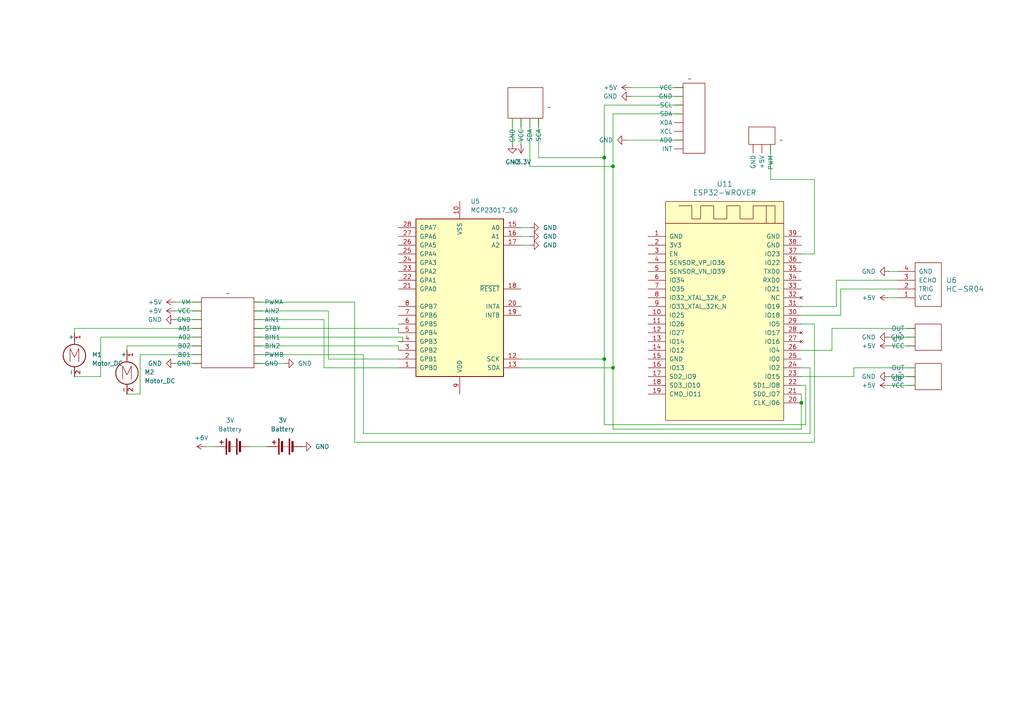
<source format=kicad_sch>
(kicad_sch (version 20250114) (generator "eeschema") (generator_version "9.0")
  (paper "A4")
  (lib_symbols
    (symbol "Device:Battery" (pin_numbers (hide yes)) (pin_names (offset 0) (hide yes))
      (property "Reference" "BT" (at 2.54 2.54 0))
      (property "Value" "Battery" (at 2.54 0 0))
      (symbol "Battery_0_1"
        (rectangle (start -2.286 1.778) (end 2.286 1.524) (fill (type outline)))
        (rectangle (start -2.286 -1.27) (end 2.286 -1.524) (fill (type outline)))
        (rectangle (start -1.524 1.016) (end 1.524 0.508) (fill (type outline)))
        (rectangle (start -1.524 -2.032) (end 1.524 -2.54) (fill (type outline)))
        (polyline (pts (xy 0 1.778) (xy 0 2.54)))
        (polyline (pts (xy 0 0) (xy 0 0.254)))
        (polyline (pts (xy 0 -0.508) (xy 0 -0.254)))
        (polyline (pts (xy 0 -1.016) (xy 0 -0.762)))
        (polyline (pts (xy 0.762 3.048) (xy 1.778 3.048)) (stroke (width 0.254)))
        (polyline (pts (xy 1.27 3.556) (xy 1.27 2.54)) (stroke (width 0.254)))
      )
      (symbol "Battery_1_1"
        (pin passive line (at 0 5.08 270) (length 2.54) (name "+") (number "1"))
        (pin passive line (at 0 -5.08 90) (length 2.54) (name "-") (number "2"))
      )
    )
    (symbol "Interface_Expansion:MCP23017_SO" (pin_names (offset 1.016))
      (property "Reference" "U" (at -11.43 24.13 0))
      (property "Value" "MCP23017_SO" (at 0 0 0))
      (symbol "MCP23017_SO_0_1"
        (rectangle (start -12.7 22.86) (end 12.7 -22.86) (stroke (width 0.254)) (fill (type background)))
      )
      (symbol "MCP23017_SO_1_1"
        (pin bidirectional line (at -17.78 20.32 0) (length 5.08) (name "SDA") (number "13"))
        (pin input line (at -17.78 17.78 0) (length 5.08) (name "SCK") (number "12"))
        (pin tri_state line (at -17.78 5.08 0) (length 5.08) (name "INTB") (number "19"))
        (pin tri_state line (at -17.78 2.54 0) (length 5.08) (name "INTA") (number "20"))
        (pin input line (at -17.78 -2.54 0) (length 5.08) (name "~{RESET}") (number "18"))
        (pin input line (at -17.78 -15.24 0) (length 5.08) (name "A2") (number "17"))
        (pin input line (at -17.78 -17.78 0) (length 5.08) (name "A1") (number "16"))
        (pin input line (at -17.78 -20.32 0) (length 5.08) (name "A0") (number "15"))
        (pin no_connect line (at -12.7 15.24 0) (length 5.08) (hide yes) (name "NC") (number "11"))
        (pin no_connect line (at -12.7 12.7 0) (length 5.08) (hide yes) (name "NC") (number "14"))
        (pin power_in line (at 0 27.94 270) (length 5.08) (name "VDD") (number "9"))
        (pin power_in line (at 0 -27.94 90) (length 5.08) (name "VSS") (number "10"))
        (pin bidirectional line (at 17.78 20.32 180) (length 5.08) (name "GPB0") (number "1"))
        (pin bidirectional line (at 17.78 17.78 180) (length 5.08) (name "GPB1") (number "2"))
        (pin bidirectional line (at 17.78 15.24 180) (length 5.08) (name "GPB2") (number "3"))
        (pin bidirectional line (at 17.78 12.7 180) (length 5.08) (name "GPB3") (number "4"))
        (pin bidirectional line (at 17.78 10.16 180) (length 5.08) (name "GPB4") (number "5"))
        (pin bidirectional line (at 17.78 7.62 180) (length 5.08) (name "GPB5") (number "6"))
        (pin bidirectional line (at 17.78 5.08 180) (length 5.08) (name "GPB6") (number "7"))
        (pin output line (at 17.78 2.54 180) (length 5.08) (name "GPB7") (number "8"))
        (pin bidirectional line (at 17.78 -2.54 180) (length 5.08) (name "GPA0") (number "21"))
        (pin bidirectional line (at 17.78 -5.08 180) (length 5.08) (name "GPA1") (number "22"))
        (pin bidirectional line (at 17.78 -7.62 180) (length 5.08) (name "GPA2") (number "23"))
        (pin bidirectional line (at 17.78 -10.16 180) (length 5.08) (name "GPA3") (number "24"))
        (pin bidirectional line (at 17.78 -12.7 180) (length 5.08) (name "GPA4") (number "25"))
        (pin bidirectional line (at 17.78 -15.24 180) (length 5.08) (name "GPA5") (number "26"))
        (pin bidirectional line (at 17.78 -17.78 180) (length 5.08) (name "GPA6") (number "27"))
        (pin output line (at 17.78 -20.32 180) (length 5.08) (name "GPA7") (number "28"))
      )
    )
    (symbol "MAX4466_1"
      (property "Reference" "U" (at 0 0 0))
      (symbol "MAX4466_1_0_1"
        (rectangle (start -3.81 3.81) (end 3.81 -3.81))
      )
      (symbol "MAX4466_1_1_1"
        (pin output line (at -2.54 -3.81 270) (length 2.54) (name "OUT") (number ""))
        (pin power_out line (at 0 -3.81 270) (length 2.54) (name "GND") (number ""))
        (pin power_in line (at 2.54 -3.81 270) (length 2.54) (name "VCC") (number ""))
      )
    )
    (symbol "Motor:Motor_DC" (pin_names (offset 0))
      (property "Reference" "M" (at 2.54 2.54 0))
      (property "Value" "Motor_DC" (at 2.54 -5.08 0))
      (symbol "Motor_DC_0_0"
        (polyline (pts (xy -1.27 -3.302) (xy -1.27 0.508) (xy 0 -2.032) (xy 1.27 0.508) (xy 1.27 -3.302)))
      )
      (symbol "Motor_DC_0_1"
        (polyline (pts (xy 0 2.032) (xy 0 2.54)))
        (polyline (pts (xy 0 1.7272) (xy 0 2.0828)))
        (circle (center 0 -1.524) (radius 3.2512) (stroke (width 0.254)))
        (polyline (pts (xy 0 -4.7752) (xy 0 -5.1816)))
        (polyline (pts (xy 0 -7.62) (xy 0 -7.112)))
      )
      (symbol "Motor_DC_1_1"
        (pin passive line (at 0 5.08 270) (length 2.54) (name "+") (number "1"))
        (pin passive line (at 0 -7.62 90) (length 2.54) (name "-") (number "2"))
      )
    )
    (symbol "esp32-wrover:ESP32-WROVER" (pin_names (offset 1.016))
      (property "Reference" "U" (at -15.24 -33.02 0))
      (property "Value" "ESP32-WROVER" (at 6.35 -33.02 0))
      (symbol "ESP32-WROVER_0_1"
        (rectangle (start -17.78 29.21) (end 16.51 22.86) (fill (type background)))
        (rectangle (start -17.78 22.86) (end 16.51 -34.29) (fill (type background)))
        (polyline (pts (xy -13.97 27.94) (xy -10.16 27.94) (xy -10.16 24.13) (xy -7.62 24.13) (xy -7.62 27.94) (xy -3.81 27.94) (xy -3.81 24.13) (xy 0 24.13) (xy 0 27.94) (xy 3.81 27.94) (xy 3.81 24.13) (xy 7.62 24.13) (xy 7.62 27.94) (xy 11.43 27.94) (xy 11.43 22.86)))
        (polyline (pts (xy 11.43 27.94) (xy 13.97 27.94) (xy 13.97 22.86)))
      )
      (symbol "ESP32-WROVER_1_1"
        (pin power_in line (at -22.86 19.05 0) (length 5.08) (name "GND") (number "1"))
        (pin power_in line (at -22.86 16.51 0) (length 5.08) (name "3V3") (number "2"))
        (pin input line (at -22.86 13.97 0) (length 5.08) (name "EN") (number "3"))
        (pin input line (at -22.86 11.43 0) (length 5.08) (name "SENSOR_VP_IO36") (number "4"))
        (pin input line (at -22.86 8.89 0) (length 5.08) (name "SENSOR_VN_IO39") (number "5"))
        (pin input line (at -22.86 6.35 0) (length 5.08) (name "IO34") (number "6"))
        (pin input line (at -22.86 3.81 0) (length 5.08) (name "IO35") (number "7"))
        (pin bidirectional line (at -22.86 1.27 0) (length 5.08) (name "IO32_XTAL_32K_P") (number "8"))
        (pin bidirectional line (at -22.86 -1.27 0) (length 5.08) (name "IO33_XTAL_32K_N") (number "9"))
        (pin bidirectional line (at -22.86 -3.81 0) (length 5.08) (name "IO25") (number "10"))
        (pin bidirectional line (at -22.86 -6.35 0) (length 5.08) (name "IO26") (number "11"))
        (pin bidirectional line (at -22.86 -8.89 0) (length 5.08) (name "IO27") (number "12"))
        (pin bidirectional line (at -22.86 -11.43 0) (length 5.08) (name "IO14") (number "13"))
        (pin bidirectional line (at -22.86 -13.97 0) (length 5.08) (name "IO12") (number "14"))
        (pin power_in line (at -22.86 -16.51 0) (length 5.08) (name "GND") (number "15"))
        (pin bidirectional line (at -22.86 -19.05 0) (length 5.08) (name "IO13") (number "16"))
        (pin bidirectional line (at -22.86 -21.59 0) (length 5.08) (name "SD2_IO9") (number "17"))
        (pin bidirectional line (at -22.86 -24.13 0) (length 5.08) (name "SD3_IO10") (number "18"))
        (pin bidirectional line (at -22.86 -26.67 0) (length 5.08) (name "CMD_IO11") (number "19"))
        (pin power_in line (at 21.59 19.05 180) (length 5.08) (name "GND") (number "39"))
        (pin power_in line (at 21.59 16.51 180) (length 5.08) (name "GND") (number "38"))
        (pin bidirectional line (at 21.59 13.97 180) (length 5.08) (name "IO23") (number "37"))
        (pin bidirectional line (at 21.59 11.43 180) (length 5.08) (name "IO22") (number "36"))
        (pin output line (at 21.59 8.89 180) (length 5.08) (name "TXD0") (number "35"))
        (pin input line (at 21.59 6.35 180) (length 5.08) (name "RXD0") (number "34"))
        (pin bidirectional line (at 21.59 3.81 180) (length 5.08) (name "IO21") (number "33"))
        (pin no_connect line (at 21.59 1.27 180) (length 5.08) (name "NC") (number "32"))
        (pin bidirectional line (at 21.59 -1.27 180) (length 5.08) (name "IO19") (number "31"))
        (pin bidirectional line (at 21.59 -3.81 180) (length 5.08) (name "IO18") (number "30"))
        (pin bidirectional line (at 21.59 -6.35 180) (length 5.08) (name "IO5") (number "29"))
        (pin no_connect line (at 21.59 -8.89 180) (length 5.08) (name "IO17") (number "28"))
        (pin no_connect line (at 21.59 -11.43 180) (length 5.08) (name "IO16") (number "27"))
        (pin bidirectional line (at 21.59 -13.97 180) (length 5.08) (name "IO4") (number "26"))
        (pin bidirectional line (at 21.59 -16.51 180) (length 5.08) (name "IO0") (number "25"))
        (pin bidirectional line (at 21.59 -19.05 180) (length 5.08) (name "IO2") (number "24"))
        (pin bidirectional line (at 21.59 -21.59 180) (length 5.08) (name "IO15") (number "23"))
        (pin bidirectional line (at 21.59 -24.13 180) (length 5.08) (name "SD1_IO8") (number "22"))
        (pin bidirectional line (at 21.59 -26.67 180) (length 5.08) (name "SD0_IO7") (number "21"))
        (pin bidirectional line (at 21.59 -29.21 180) (length 5.08) (name "CLK_IO6") (number "20"))
      )
    )
    (symbol "hc-sr04:HC-SR04" (pin_names (offset 1.016))
      (property "Reference" "U" (at -6.35 -7.62 0))
      (property "Value" "HC-SR04" (at -2.54 7.62 0))
      (symbol "HC-SR04_0_1"
        (rectangle (start 0 6.35) (end -7.62 -6.35))
      )
      (symbol "HC-SR04_1_1"
        (pin input line (at 5.08 3.81 180) (length 5.08) (name "VCC") (number "1"))
        (pin input line (at 5.08 1.27 180) (length 5.08) (name "TRIG") (number "2"))
        (pin input line (at 5.08 -1.27 180) (length 5.08) (name "ECHO") (number "3"))
        (pin input line (at 5.08 -3.81 180) (length 5.08) (name "GND") (number "4"))
      )
    )
    (symbol "power:+5V" (power) (pin_numbers (hide yes)) (pin_names (offset 0) (hide yes))
      (property "Value" "+5V" (at 0 3.556 0))
      (symbol "+5V_0_1"
        (polyline (pts (xy -0.762 1.27) (xy 0 2.54)))
        (polyline (pts (xy 0 2.54) (xy 0.762 1.27)))
        (polyline (pts (xy 0 0) (xy 0 2.54)))
      )
      (symbol "+5V_1_1"
        (pin power_in line (at 0 0 90) (length 0) (name "~") (number "1"))
      )
    )
    (symbol "power:GND" (power) (pin_numbers (hide yes)) (pin_names (offset 0) (hide yes))
      (property "Value" "GND" (at 0 -3.81 0))
      (symbol "GND_0_1"
        (polyline (pts (xy 0 0) (xy 0 -1.27) (xy 1.27 -1.27) (xy 0 -2.54) (xy -1.27 -1.27) (xy 0 -1.27)))
      )
      (symbol "GND_1_1"
        (pin power_in line (at 0 0 270) (length 0) (name "~") (number "1"))
      )
    )
    (symbol "prj4:996_Servo"
      (symbol "996_Servo_0_1"
        (rectangle (start -3.81 2.54) (end 3.81 -2.54))
      )
      (symbol "996_Servo_1_1"
        (pin power_out line (at -2.54 -2.54 270) (length 2.54) (name "GND") (number ""))
        (pin power_in line (at 0 -2.54 270) (length 2.54) (name "+5V") (number ""))
        (pin input line (at 2.54 -2.54 270) (length 2.54) (name "PWM") (number ""))
      )
    )
    (symbol "prj4:MAX4466"
      (property "Reference" "U" (at 0 0 0))
      (symbol "MAX4466_0_1"
        (rectangle (start -3.81 3.81) (end 3.81 -3.81))
      )
      (symbol "MAX4466_1_1"
        (pin output line (at -2.54 -3.81 270) (length 2.54) (name "OUT") (number ""))
        (pin power_out line (at 0 -3.81 270) (length 2.54) (name "GND") (number ""))
        (pin power_in line (at 2.54 -3.81 270) (length 2.54) (name "VCC") (number ""))
      )
    )
    (symbol "prj4:MPU6050"
      (symbol "MPU6050_0_1"
        (rectangle (start -1.27 7.62) (end 5.08 -12.7))
      )
      (symbol "MPU6050_1_1"
        (pin power_in line (at -1.27 6.35 180) (length 2.54) (name "VCC") (number ""))
        (pin power_out line (at -1.27 3.81 180) (length 2.54) (name "GND") (number ""))
        (pin bidirectional line (at -1.27 1.27 180) (length 2.54) (name "SCL") (number ""))
        (pin bidirectional line (at -1.27 -1.27 180) (length 2.54) (name "SDA") (number ""))
        (pin input line (at -1.27 -3.81 180) (length 2.54) (name "XDA") (number ""))
        (pin input line (at -1.27 -6.35 180) (length 2.54) (name "XCL") (number ""))
        (pin input line (at -1.27 -8.89 180) (length 2.54) (name "AD0") (number ""))
        (pin input line (at -1.27 -11.43 180) (length 2.54) (name "INT") (number ""))
      )
    )
    (symbol "prj4:Monitor"
      (symbol "Monitor_0_1"
        (rectangle (start -5.08 5.08) (end 5.08 -3.81))
      )
      (symbol "Monitor_1_1"
        (pin power_out line (at -3.81 -3.81 270) (length 2.54) (name "GND") (number ""))
        (pin power_in line (at -1.27 -3.81 270) (length 2.54) (name "VCC") (number ""))
        (pin input line (at 1.27 -3.81 270) (length 2.54) (name "SDA") (number ""))
        (pin input line (at 3.81 -3.81 270) (length 2.54) (name "SCA") (number ""))
      )
    )
    (symbol "prj4:tb6612fng"
      (symbol "tb6612fng_0_1"
        (rectangle (start -7.62 10.16) (end 7.62 -10.16))
      )
      (symbol "tb6612fng_1_1"
        (pin power_in line (at -7.62 8.89 180) (length 2.54) (name "VM") (number ""))
        (pin power_in line (at -7.62 6.35 180) (length 2.54) (name "VCC") (number ""))
        (pin power_out line (at -7.62 3.81 180) (length 2.54) (name "GND") (number ""))
        (pin bidirectional line (at -7.62 1.27 180) (length 2.54) (name "A01") (number ""))
        (pin bidirectional line (at -7.62 -1.27 180) (length 2.54) (name "A02") (number ""))
        (pin bidirectional line (at -7.62 -3.81 180) (length 2.54) (name "B02") (number ""))
        (pin bidirectional line (at -7.62 -6.35 180) (length 2.54) (name "B01") (number ""))
        (pin power_out line (at -7.62 -8.89 180) (length 2.54) (name "GND") (number ""))
        (pin input line (at 7.62 8.89 0) (length 2.54) (name "PWMA") (number ""))
        (pin input line (at 7.62 6.35 0) (length 2.54) (name "AIN2") (number ""))
        (pin input line (at 7.62 3.81 0) (length 2.54) (name "AIN1") (number ""))
        (pin input line (at 7.62 1.27 0) (length 2.54) (name "STBY") (number ""))
        (pin input line (at 7.62 -1.27 0) (length 2.54) (name "BIN1") (number ""))
        (pin input line (at 7.62 -3.81 0) (length 2.54) (name "BIN2") (number ""))
        (pin input line (at 7.62 -6.35 0) (length 2.54) (name "PWMB") (number ""))
        (pin power_out line (at 7.62 -8.89 0) (length 2.54) (name "GND") (number ""))
      )
    )
  )
  (junction (at 177.8 106.68))
  (junction (at 232.41 116.84))
  (junction (at 175.26 104.14))
  (junction (at 175.26 45.72))
  (junction (at 177.8 48.26))
  (wire (pts (xy 181.61 40.64) (xy 198.12 40.64)))
  (wire (pts (xy 175.26 30.48) (xy 175.26 45.72)))
  (wire (pts (xy 232.41 93.98) (xy 236.22 93.98)))
  (wire (pts (xy 29.21 97.79) (xy 29.21 109.22)))
  (wire (pts (xy 73.66 97.79) (xy 116.84 97.79)))
  (wire (pts (xy 40.64 102.87) (xy 58.42 102.87)))
  (wire (pts (xy 182.88 25.4) (xy 198.12 25.4)))
  (wire (pts (xy 151.13 106.68) (xy 177.8 106.68)))
  (wire (pts (xy 73.66 100.33) (xy 115.57 100.33)))
  (wire (pts (xy 105.41 125.73) (xy 234.95 125.73)))
  (wire (pts (xy 257.81 111.76) (xy 265.43 111.76)))
  (wire (pts (xy 232.41 73.66) (xy 236.22 73.66)))
  (wire (pts (xy 73.66 102.87) (xy 105.41 102.87)))
  (wire (pts (xy 241.3 101.6) (xy 232.41 101.6)))
  (wire (pts (xy 153.67 48.26) (xy 153.67 34.29)))
  (wire (pts (xy 95.25 104.14) (xy 115.57 104.14)))
  (wire (pts (xy 36.83 100.33) (xy 36.83 101.6)))
  (wire (pts (xy 102.87 87.63) (xy 102.87 128.27)))
  (wire (pts (xy 59.69 129.54) (xy 62.23 129.54)))
  (wire (pts (xy 40.64 114.3) (xy 40.64 102.87)))
  (wire (pts (xy 232.41 109.22) (xy 247.65 109.22)))
  (wire (pts (xy 175.26 104.14) (xy 175.26 123.19)))
  (wire (pts (xy 72.39 129.54) (xy 77.47 129.54)))
  (wire (pts (xy 257.81 86.36) (xy 260.35 86.36)))
  (wire (pts (xy 177.8 48.26) (xy 153.67 48.26)))
  (wire (pts (xy 115.57 101.6) (xy 115.57 100.33)))
  (wire (pts (xy 115.57 96.52) (xy 115.57 95.25)))
  (wire (pts (xy 247.65 109.22) (xy 247.65 106.68)))
  (wire (pts (xy 232.41 116.84) (xy 232.41 124.46)))
  (wire (pts (xy 260.35 81.28) (xy 242.57 81.28)))
  (wire (pts (xy 58.42 95.25) (xy 21.59 95.25)))
  (wire (pts (xy 257.81 109.22) (xy 265.43 109.22)))
  (wire (pts (xy 234.95 125.73) (xy 234.95 106.68)))
  (wire (pts (xy 233.68 111.76) (xy 233.68 123.19)))
  (wire (pts (xy 151.13 34.29) (xy 151.13 41.91)))
  (wire (pts (xy 232.41 114.3) (xy 232.41 116.84)))
  (wire (pts (xy 247.65 106.68) (xy 265.43 106.68)))
  (wire (pts (xy 95.25 90.17) (xy 95.25 104.14)))
  (wire (pts (xy 105.41 102.87) (xy 105.41 125.73)))
  (wire (pts (xy 236.22 93.98) (xy 236.22 128.27)))
  (wire (pts (xy 175.26 45.72) (xy 175.26 104.14)))
  (wire (pts (xy 265.43 95.25) (xy 241.3 95.25)))
  (wire (pts (xy 50.8 92.71) (xy 58.42 92.71)))
  (wire (pts (xy 73.66 95.25) (xy 115.57 95.25)))
  (wire (pts (xy 182.88 27.94) (xy 198.12 27.94)))
  (wire (pts (xy 257.81 78.74) (xy 260.35 78.74)))
  (wire (pts (xy 243.84 91.44) (xy 243.84 83.82)))
  (wire (pts (xy 73.66 105.41) (xy 82.55 105.41)))
  (wire (pts (xy 116.84 99.06) (xy 115.57 99.06)))
  (wire (pts (xy 236.22 73.66) (xy 236.22 52.07)))
  (wire (pts (xy 151.13 68.58) (xy 153.67 68.58)))
  (wire (pts (xy 73.66 92.71) (xy 93.98 92.71)))
  (wire (pts (xy 265.43 100.33) (xy 257.81 100.33)))
  (wire (pts (xy 151.13 71.12) (xy 153.67 71.12)))
  (wire (pts (xy 50.8 87.63) (xy 58.42 87.63)))
  (wire (pts (xy 243.84 83.82) (xy 260.35 83.82)))
  (wire (pts (xy 241.3 95.25) (xy 241.3 101.6)))
  (wire (pts (xy 116.84 99.06) (xy 116.84 97.79)))
  (wire (pts (xy 93.98 92.71) (xy 93.98 106.68)))
  (wire (pts (xy 232.41 111.76) (xy 233.68 111.76)))
  (wire (pts (xy 242.57 88.9) (xy 232.41 88.9)))
  (wire (pts (xy 232.41 91.44) (xy 243.84 91.44)))
  (wire (pts (xy 265.43 97.79) (xy 257.81 97.79)))
  (wire (pts (xy 177.8 124.46) (xy 177.8 106.68)))
  (wire (pts (xy 242.57 81.28) (xy 242.57 88.9)))
  (wire (pts (xy 36.83 114.3) (xy 40.64 114.3)))
  (wire (pts (xy 223.52 52.07) (xy 223.52 41.91)))
  (wire (pts (xy 234.95 106.68) (xy 232.41 106.68)))
  (wire (pts (xy 50.8 105.41) (xy 58.42 105.41)))
  (wire (pts (xy 21.59 95.25) (xy 21.59 96.52)))
  (wire (pts (xy 151.13 66.04) (xy 153.67 66.04)))
  (wire (pts (xy 151.13 104.14) (xy 175.26 104.14)))
  (wire (pts (xy 236.22 128.27) (xy 102.87 128.27)))
  (wire (pts (xy 58.42 100.33) (xy 36.83 100.33)))
  (wire (pts (xy 177.8 33.02) (xy 198.12 33.02)))
  (wire (pts (xy 29.21 109.22) (xy 21.59 109.22)))
  (wire (pts (xy 73.66 90.17) (xy 95.25 90.17)))
  (wire (pts (xy 148.59 34.29) (xy 148.59 41.91)))
  (wire (pts (xy 50.8 90.17) (xy 58.42 90.17)))
  (wire (pts (xy 177.8 33.02) (xy 177.8 48.26)))
  (wire (pts (xy 177.8 48.26) (xy 177.8 106.68)))
  (wire (pts (xy 198.12 30.48) (xy 175.26 30.48)))
  (wire (pts (xy 156.21 45.72) (xy 175.26 45.72)))
  (wire (pts (xy 93.98 106.68) (xy 115.57 106.68)))
  (wire (pts (xy 73.66 87.63) (xy 102.87 87.63)))
  (wire (pts (xy 236.22 52.07) (xy 223.52 52.07)))
  (wire (pts (xy 233.68 123.19) (xy 175.26 123.19)))
  (wire (pts (xy 156.21 34.29) (xy 156.21 45.72)))
  (wire (pts (xy 232.41 124.46) (xy 177.8 124.46)))
  (wire (pts (xy 58.42 97.79) (xy 29.21 97.79)))
  (symbol (lib_id "power:+5V") (at 182.88 25.4 90) (unit 1)
    (property "Reference" "#PWR03" (effects (hide yes)))
    (property "Value" "+5V" (at 179.07 25.3999 90) (effects (justify left)))
    (property "Description" "Power symbol creates a global label with name \"+5V\"" (effects (hide yes)))
  )
  (symbol (lib_id "power:+5V") (at 50.8 87.63 90) (unit 1)
    (property "Reference" "#PWR06" (effects (hide yes)))
    (property "Value" "+5V" (at 46.99 87.6299 90) (effects (justify left)))
    (property "Description" "Power symbol creates a global label with name \"+5V\"" (effects (hide yes)))
  )
  (symbol (lib_id "prj4:MPU6050") (at 199.39 31.75 0) (unit 1)
    (property "Reference" "U3" (effects (hide yes)))
    (property "Value" "~" (at 200.025 22.86 0))
  )
  (symbol (lib_id "power:GND") (at 181.61 40.64 270) (unit 1)
    (property "Reference" "#PWR010" (effects (hide yes)))
    (property "Value" "GND" (at 177.8 40.6399 90) (effects (justify right)))
    (property "Description" "Power symbol creates a global label with name \"GND\" , ground" (effects (hide yes)))
  )
  (symbol (lib_id "Motor:Motor_DC") (at 36.83 106.68 0) (unit 1)
    (property "Reference" "M2" (at 41.91 107.9499 0) (effects (justify left)))
    (property "Value" "Motor_DC" (at 41.91 110.4899 0) (effects (justify left)))
    (property "Description" "DC Motor" (effects (hide yes)))
  )
  (symbol (lib_id "power:+5V") (at 257.81 111.76 90) (unit 1)
    (property "Reference" "#PWR019" (effects (hide yes)))
    (property "Value" "+5V" (at 254 111.7601 90) (effects (justify left)))
    (property "Description" "Power symbol creates a global label with name \"+5V\"" (effects (hide yes)))
  )
  (symbol (lib_id "power:GND") (at 153.67 71.12 90) (unit 1)
    (property "Reference" "#PWR013" (effects (hide yes)))
    (property "Value" "GND" (at 157.48 71.1199 90) (effects (justify right)))
    (property "Description" "Power symbol creates a global label with name \"GND\" , ground" (effects (hide yes)))
  )
  (symbol (lib_id "power:GND") (at 82.55 105.41 90) (unit 1)
    (property "Reference" "#PWR09" (effects (hide yes)))
    (property "Value" "GND" (at 86.36 105.4099 90) (effects (justify right)))
    (property "Description" "Power symbol creates a global label with name \"GND\" , ground" (effects (hide yes)))
  )
  (symbol (lib_id "power:GND") (at 257.81 78.74 270) (unit 1)
    (property "Reference" "#PWR014" (effects (hide yes)))
    (property "Value" "GND" (at 254 78.7399 90) (effects (justify right)))
    (property "Description" "Power symbol creates a global label with name \"GND\" , ground" (effects (hide yes)))
  )
  (symbol (lib_id "power:GND") (at 182.88 27.94 270) (unit 1)
    (property "Reference" "#PWR04" (effects (hide yes)))
    (property "Value" "GND" (at 179.07 27.9399 90) (effects (justify right)))
    (property "Description" "Power symbol creates a global label with name \"GND\" , ground" (effects (hide yes)))
  )
  (symbol (lib_id "Motor:Motor_DC") (at 21.59 101.6 0) (unit 1)
    (property "Reference" "M1" (at 26.67 102.8699 0) (effects (justify left)))
    (property "Value" "Motor_DC" (at 26.67 105.4099 0) (effects (justify left)))
    (property "Description" "DC Motor" (effects (hide yes)))
  )
  (symbol (lib_id "Interface_Expansion:MCP23017_SO") (at 133.35 86.36 180) (unit 1)
    (property "Reference" "U5" (at 136.4681 58.42 0) (effects (justify right)))
    (property "Value" "MCP23017_SO" (at 136.4681 60.96 0) (effects (justify right)))
    (property "Footprint" "Package_SO:SOIC-28W_7.5x17.9mm_P1.27mm" (effects (hide yes)))
    (property "Datasheet" "https://ww1.microchip.com/downloads/aemDocuments/documents/APID/ProductDocuments/DataSheets/MCP23017-Data-Sheet-DS20001952.pdf" (effects (hide yes)))
    (property "Description" "16-bit I/O expander, I2C, interrupts, w pull-ups, GPA/B7 output only (https://microchip.my.site.com/s/article/GPA7---GPB7-Cannot-Be-Used-as-Inputs-In-MCP23017),  SOIC-28" (effects (hide yes)))
  )
  (symbol (lib_id "prj4:MAX4466") (at 269.24 97.79 270) (unit 1)
    (property "Reference" "U7" (at 261.62 98.4251 90) (effects (justify right)))
    (property "Value" "~" (at 261.62 96.52 90) (effects (justify right)))
  )
  (symbol (lib_id "power:GND") (at 153.67 68.58 90) (unit 1)
    (property "Reference" "#PWR012" (effects (hide yes)))
    (property "Value" "GND" (at 157.48 68.5799 90) (effects (justify right)))
    (property "Description" "Power symbol creates a global label with name \"GND\" , ground" (effects (hide yes)))
  )
  (symbol (lib_name "MAX4466_1") (lib_id "prj4:MAX4466") (at 269.24 109.22 270) (unit 1)
    (property "Reference" "U8" (at 261.62 109.8551 90) (effects (justify right)))
    (property "Value" "~" (at 261.62 107.95 90) (effects (justify right)))
  )
  (symbol (lib_id "power:GND") (at 50.8 105.41 270) (unit 1)
    (property "Reference" "#PWR05" (effects (hide yes)))
    (property "Value" "GND" (at 46.99 105.4099 90) (effects (justify right)))
    (property "Description" "Power symbol creates a global label with name \"GND\" , ground" (effects (hide yes)))
  )
  (symbol (lib_id "power:+5V") (at 151.13 41.91 180) (unit 1)
    (property "Reference" "#PWR020" (effects (hide yes)))
    (property "Value" "+3.3V" (at 151.13 46.99 0))
    (property "Description" "Power symbol creates a global label with name \"+5V\"" (effects (hide yes)))
  )
  (symbol (lib_id "prj4:tb6612fng") (at 66.04 96.52 0) (unit 1)
    (property "Reference" "U4" (effects (hide yes)))
    (property "Value" "~" (at 66.04 85.09 0))
  )
  (symbol (lib_id "power:GND") (at 50.8 92.71 270) (unit 1)
    (property "Reference" "#PWR08" (effects (hide yes)))
    (property "Value" "GND" (at 46.99 92.7099 90) (effects (justify right)))
    (property "Description" "Power symbol creates a global label with name \"GND\" , ground" (effects (hide yes)))
  )
  (symbol (lib_id "power:GND") (at 148.59 41.91 0) (unit 1)
    (property "Reference" "#PWR021" (effects (hide yes)))
    (property "Value" "GND" (at 148.59 46.99 0))
    (property "Description" "Power symbol creates a global label with name \"GND\" , ground" (effects (hide yes)))
  )
  (symbol (lib_id "power:GND") (at 257.81 109.22 270) (unit 1)
    (property "Reference" "#PWR018" (effects (hide yes)))
    (property "Value" "GND" (at 254 109.2201 90) (effects (justify right)))
    (property "Description" "Power symbol creates a global label with name \"GND\" , ground" (effects (hide yes)))
  )
  (symbol (lib_id "power:+5V") (at 257.81 100.33 90) (unit 1)
    (property "Reference" "#PWR016" (effects (hide yes)))
    (property "Value" "+5V" (at 254 100.3301 90) (effects (justify left)))
    (property "Description" "Power symbol creates a global label with name \"+5V\"" (effects (hide yes)))
  )
  (symbol (lib_id "esp32-wrover:ESP32-WROVER") (at 210.82 87.63 0) (unit 1)
    (property "Reference" "U11" (at 210.185 53.34 0) (effects (font (size 1.524 1.524))))
    (property "Value" "ESP32-WROVER" (at 210.185 55.88 0) (effects (font (size 1.524 1.524))))
  )
  (symbol (lib_id "power:GND") (at 153.67 66.04 90) (unit 1)
    (property "Reference" "#PWR011" (effects (hide yes)))
    (property "Value" "GND" (at 157.48 66.0399 90) (effects (justify right)))
    (property "Description" "Power symbol creates a global label with name \"GND\" , ground" (effects (hide yes)))
  )
  (symbol (lib_id "power:+5V") (at 257.81 86.36 90) (unit 1)
    (property "Reference" "#PWR015" (effects (hide yes)))
    (property "Value" "+5V" (at 254 86.3599 90) (effects (justify left)))
    (property "Description" "Power symbol creates a global label with name \"+5V\"" (effects (hide yes)))
  )
  (symbol (lib_id "hc-sr04:HC-SR04") (at 265.43 82.55 180) (unit 1)
    (property "Reference" "U6" (at 274.32 81.2799 0) (effects (font (size 1.524 1.524)) (justify right)))
    (property "Value" "HC-SR04" (at 274.32 83.8199 0) (effects (font (size 1.524 1.524)) (justify right)))
  )
  (symbol (lib_id "power:GND") (at 257.81 97.79 270) (unit 1)
    (property "Reference" "#PWR017" (effects (hide yes)))
    (property "Value" "GND" (at 254 97.7901 90) (effects (justify right)))
    (property "Description" "Power symbol creates a global label with name \"GND\" , ground" (effects (hide yes)))
  )
  (symbol (lib_id "power:GND") (at 87.63 129.54 90) (unit 1)
    (property "Reference" "#PWR022" (effects (hide yes)))
    (property "Value" "GND" (at 91.44 129.5399 90) (effects (justify right)))
    (property "Description" "Power symbol creates a global label with name \"GND\" , ground" (effects (hide yes)))
  )
  (symbol (lib_id "power:+5V") (at 50.8 90.17 90) (unit 1)
    (property "Reference" "#PWR07" (effects (hide yes)))
    (property "Value" "+5V" (at 46.99 90.1699 90) (effects (justify left)))
    (property "Description" "Power symbol creates a global label with name \"+5V\"" (effects (hide yes)))
  )
  (symbol (lib_id "power:+5V") (at 59.69 129.54 90) (unit 1)
    (property "Reference" "#PWR023" (effects (hide yes)))
    (property "Value" "+6V" (at 58.42 127 90))
    (property "Description" "Power symbol creates a global label with name \"+5V\"" (effects (hide yes)))
  )
  (symbol (lib_id "Device:Battery") (at 67.31 129.54 90) (unit 1)
    (property "Reference" "3V" (at 66.7385 121.92 90))
    (property "Value" "Battery" (at 66.7385 124.46 90))
    (property "Description" "Multiple-cell battery" (effects (hide yes)))
  )
  (symbol (lib_id "prj4:996_Servo") (at 220.98 39.37 0) (unit 1)
    (property "Reference" "U10" (effects (hide yes)))
    (property "Value" "~" (at 226.06 40.64 0) (effects (justify left)))
  )
  (symbol (lib_id "Device:Battery") (at 82.55 129.54 90) (unit 1)
    (property "Reference" "3V" (at 81.9785 121.92 90))
    (property "Value" "Battery" (at 81.9785 124.46 90))
    (property "Description" "Multiple-cell battery" (effects (hide yes)))
  )
  (symbol (lib_id "prj4:Monitor") (at 152.4 30.48 0) (unit 1)
    (property "Reference" "U9" (effects (hide yes)))
    (property "Value" "~" (at 158.75 31.115 0) (effects (justify left)))
  )
)
</source>
